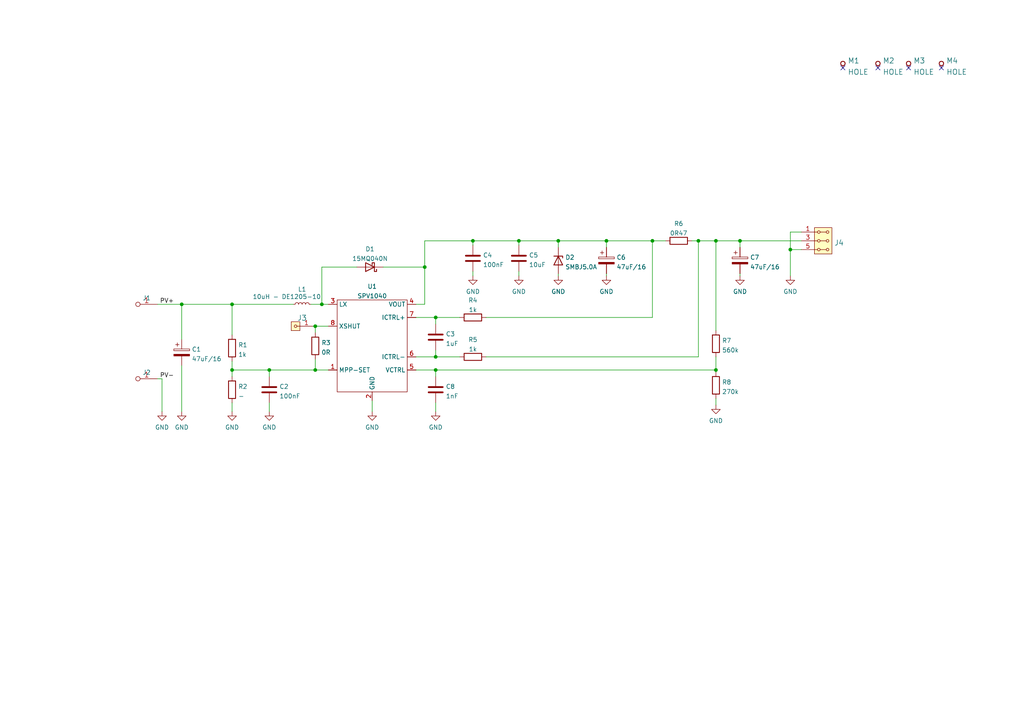
<source format=kicad_sch>
(kicad_sch (version 20210621) (generator eeschema)
  (paper "A4")
  (lib_symbols
    (symbol "Device:C" (pin_numbers hide) (pin_names (offset 0.254))
      (property "Reference" "C" (at 0.635 2.54 0))
      (property "Value" "C" (at 0.635 -2.54 0))
      (symbol "C_0_1"
        (polyline (pts (xy -2.032 -0.762) (xy 2.032 -0.762)) (stroke (width 0.508)))
        (polyline (pts (xy -2.032 0.762) (xy 2.032 0.762)) (stroke (width 0.508)))
      )
      (symbol "C_1_1"
        (pin passive line (at 0 3.81 270) (length 2.794) (name "~") (number "1"))
        (pin passive line (at 0 -3.81 90) (length 2.794) (name "~") (number "2"))
      )
    )
    (symbol "Device:C_Polarized" (pin_numbers hide) (pin_names (offset 0.254))
      (property "Reference" "C" (at 0.635 2.54 0))
      (property "Value" "C_Polarized" (at 0.635 -2.54 0))
      (symbol "C_Polarized_0_1"
        (rectangle (start -2.286 0.508) (end 2.286 1.016))
        (polyline (pts (xy -1.778 2.286) (xy -0.762 2.286)))
        (polyline (pts (xy -1.27 2.794) (xy -1.27 1.778)))
        (rectangle (start 2.286 -0.508) (end -2.286 -1.016) (fill (type outline)))
      )
      (symbol "C_Polarized_1_1"
        (pin passive line (at 0 3.81 270) (length 2.794) (name "~") (number "1"))
        (pin passive line (at 0 -3.81 90) (length 2.794) (name "~") (number "2"))
      )
    )
    (symbol "Device:D_Schottky" (pin_numbers hide) (pin_names (offset 1.016) hide)
      (property "Reference" "D" (at 0 2.54 0))
      (property "Value" "D_Schottky" (at 0 -2.54 0))
      (symbol "D_Schottky_0_1"
        (polyline (pts (xy 1.27 0) (xy -1.27 0)))
        (polyline (pts (xy 1.27 1.27) (xy 1.27 -1.27) (xy -1.27 0) (xy 1.27 1.27)) (stroke (width 0.254)))
        (polyline (pts (xy -1.905 0.635) (xy -1.905 1.27) (xy -1.27 1.27) (xy -1.27 -1.27) (xy -0.635 -1.27) (xy -0.635 -0.635)) (stroke (width 0.254)))
      )
      (symbol "D_Schottky_1_1"
        (pin passive line (at -3.81 0 0) (length 2.54) (name "K") (number "1"))
        (pin passive line (at 3.81 0 180) (length 2.54) (name "A") (number "2"))
      )
    )
    (symbol "Device:D_Zener" (pin_numbers hide) (pin_names (offset 1.016) hide)
      (property "Reference" "D" (at 0 2.54 0))
      (property "Value" "D_Zener" (at 0 -2.54 0))
      (symbol "D_Zener_0_1"
        (polyline (pts (xy 1.27 0) (xy -1.27 0)))
        (polyline (pts (xy -1.27 -1.27) (xy -1.27 1.27) (xy -0.762 1.27)) (stroke (width 0.254)))
        (polyline (pts (xy 1.27 -1.27) (xy 1.27 1.27) (xy -1.27 0) (xy 1.27 -1.27)) (stroke (width 0.254)))
      )
      (symbol "D_Zener_1_1"
        (pin passive line (at -3.81 0 0) (length 2.54) (name "K") (number "1"))
        (pin passive line (at 3.81 0 180) (length 2.54) (name "A") (number "2"))
      )
    )
    (symbol "Device:L_Small" (pin_numbers hide) (pin_names (offset 0.254) hide)
      (property "Reference" "L" (at 0.762 1.016 0))
      (property "Value" "L_Small" (at 0.762 -1.016 0))
      (symbol "L_Small_0_1"
        (arc (start 0 -2.032) (mid 0.508 -1.524) (end 0 -1.016))
        (arc (start 0 -1.016) (mid 0.508 -0.508) (end 0 0))
        (arc (start 0 0) (mid 0.508 0.508) (end 0 1.016))
        (arc (start 0 1.016) (mid 0.508 1.524) (end 0 2.032))
      )
      (symbol "L_Small_1_1"
        (pin passive line (at 0 2.54 270) (length 0.508) (name "~") (number "1"))
        (pin passive line (at 0 -2.54 90) (length 0.508) (name "~") (number "2"))
      )
    )
    (symbol "Device:R" (pin_numbers hide) (pin_names (offset 0))
      (property "Reference" "R" (at 2.032 0 90))
      (property "Value" "R" (at 0 0 90))
      (symbol "R_0_1"
        (rectangle (start -1.016 -2.54) (end 1.016 2.54) (stroke (width 0.254)))
      )
      (symbol "R_1_1"
        (pin passive line (at 0 3.81 270) (length 1.27) (name "~") (number "1"))
        (pin passive line (at 0 -3.81 90) (length 1.27) (name "~") (number "2"))
      )
    )
    (symbol "MLAB_HEADER:HEADER_1x01" (pin_names (offset 1.016))
      (property "Reference" "J" (at 0 -2.54 0))
      (property "Value" "HEADER_1x01" (at 0 2.54 0))
      (symbol "HEADER_1x01_0_1"
        (rectangle (start -1.27 1.27) (end 1.27 -1.27) (fill (type background)))
        (polyline (pts (xy -1.27 0) (xy -0.381 0)))
        (circle (center 0 0) (radius 0.381))
      )
      (symbol "HEADER_1x01_1_1"
        (pin input line (at -5.08 0 0) (length 3.81) (name "~") (number "1"))
      )
    )
    (symbol "MLAB_HEADER:HEADER_2x03_PARALLEL" (pin_names (offset 1.016))
      (property "Reference" "J" (at 0 -5.08 0))
      (property "Value" "HEADER_2x03_PARALLEL" (at 0 5.08 0))
      (symbol "HEADER_2x03_PARALLEL_0_1"
        (rectangle (start -2.54 3.81) (end 2.54 -3.81) (fill (type background)))
        (circle (center -1.27 -2.54) (radius 0.381))
        (circle (center -1.27 0) (radius 0.381))
        (circle (center -1.27 2.54) (radius 0.381))
        (polyline (pts (xy -1.651 -2.54) (xy -2.54 -2.54)))
        (polyline (pts (xy -1.651 0) (xy -2.54 0)))
        (polyline (pts (xy -1.651 2.54) (xy -2.54 2.54)))
        (polyline (pts (xy -0.889 -2.54) (xy 0.889 -2.54)))
        (polyline (pts (xy -0.889 0) (xy 0.889 0)))
        (polyline (pts (xy -0.889 2.54) (xy 0.889 2.54)))
        (circle (center 1.27 -2.54) (radius 0.381))
        (circle (center 1.27 0) (radius 0.381))
        (circle (center 1.27 2.54) (radius 0.381))
      )
      (symbol "HEADER_2x03_PARALLEL_1_1"
        (pin input line (at -6.35 2.54 0) (length 3.81) (name "~") (number "1"))
        (pin input line (at -6.35 2.54 0) (length 3.81) hide (name "~") (number "2"))
        (pin input line (at -6.35 0 0) (length 3.81) (name "~") (number "3"))
        (pin input line (at -6.35 0 0) (length 3.81) hide (name "~") (number "4"))
        (pin input line (at -6.35 -2.54 0) (length 3.81) (name "~") (number "5"))
        (pin input line (at -6.35 -2.54 0) (length 3.81) hide (name "~") (number "6"))
      )
    )
    (symbol "MLAB_IO:SPV1040"
      (property "Reference" "U" (at 20.32 -1.27 0))
      (property "Value" "SPV1040" (at 24.13 -5.08 0))
      (symbol "SPV1040_0_1"
        (rectangle (start -10.16 7.62) (end 10.16 -19.05) (stroke (width 0.1524)))
      )
      (symbol "SPV1040_1_1"
        (pin unspecified line (at -12.7 -12.7 0) (length 2.54) (name "MPP-SET") (number "1"))
        (pin unspecified line (at 0 -21.59 90) (length 2.54) (name "GND") (number "2"))
        (pin unspecified line (at -12.7 6.35 0) (length 2.54) (name "LX") (number "3"))
        (pin unspecified line (at 12.7 6.35 180) (length 2.54) (name "VOUT") (number "4"))
        (pin unspecified line (at 12.7 -12.7 180) (length 2.54) (name "VCTRL") (number "5"))
        (pin unspecified line (at 12.7 -8.89 180) (length 2.54) (name "ICTRL-") (number "6"))
        (pin unspecified line (at 12.7 2.54 180) (length 2.54) (name "ICTRL+") (number "7"))
        (pin unspecified line (at -12.7 0 0) (length 2.54) (name "XSHUT") (number "8"))
      )
    )
    (symbol "MLAB_Jumpers:CONN1_1" (pin_names (offset 1.016) hide)
      (property "Reference" "J" (at 1.27 1.27 0))
      (symbol "CONN1_1_1_1"
        (pin passive inverted (at -7.62 1.27 0) (length 6.35) (name "P1") (number "1"))
      )
    )
    (symbol "MLAB_MECHANICAL:HOLE" (pin_numbers hide) (pin_names (offset 1.016) hide)
      (property "Reference" "M" (at 0 2.54 0))
      (property "Value" "HOLE" (at 0 -2.54 0))
      (symbol "HOLE_0_1"
        (circle (center 0 0) (radius 0.635) (stroke (width 0.254)) (stroke (width 0.254)))
      )
      (symbol "HOLE_1_1"
        (pin input line (at 1.27 0 180) (length 0.635) (name "~") (number "1"))
      )
    )
    (symbol "power:GND" (power) (pin_names (offset 0))
      (property "Value" "GND" (at 0 -3.81 0))
      (symbol "GND_0_1"
        (polyline (pts (xy 0 0) (xy 0 -1.27) (xy 1.27 -1.27) (xy 0 -2.54) (xy -1.27 -1.27) (xy 0 -1.27)))
      )
      (symbol "GND_1_1"
        (pin power_in line (at 0 0 270) (length 0) hide (name "GND") (number "1"))
      )
    )
  )
  (junction (at 52.705 88.265))
  (junction (at 67.31 88.265))
  (junction (at 67.31 107.315))
  (junction (at 78.105 107.315))
  (junction (at 91.44 94.615))
  (junction (at 91.44 107.315))
  (junction (at 93.345 88.265))
  (junction (at 123.19 77.47))
  (junction (at 126.365 92.075))
  (junction (at 126.365 103.505))
  (junction (at 126.365 107.315))
  (junction (at 137.16 69.85))
  (junction (at 150.495 69.85))
  (junction (at 161.925 69.85))
  (junction (at 175.895 69.85))
  (junction (at 189.23 69.85))
  (junction (at 202.565 69.85))
  (junction (at 207.645 69.85))
  (junction (at 207.645 107.315))
  (junction (at 214.63 69.85))
  (junction (at 229.235 72.39))
  (no_connect (at 244.475 19.685))
  (no_connect (at 254.635 19.685))
  (no_connect (at 263.525 19.685))
  (no_connect (at 273.05 19.685))
  (wire (pts (xy 45.72 109.855) (xy 46.99 109.855)))
  (wire (pts (xy 46.99 109.855) (xy 46.99 119.38)))
  (wire (pts (xy 52.705 88.265) (xy 45.72 88.265)))
  (wire (pts (xy 52.705 98.425) (xy 52.705 88.265)))
  (wire (pts (xy 52.705 106.045) (xy 52.705 119.38)))
  (wire (pts (xy 67.31 88.265) (xy 52.705 88.265)))
  (wire (pts (xy 67.31 97.155) (xy 67.31 88.265)))
  (wire (pts (xy 67.31 107.315) (xy 67.31 104.775)))
  (wire (pts (xy 67.31 107.315) (xy 67.31 109.22)))
  (wire (pts (xy 67.31 119.38) (xy 67.31 116.84)))
  (wire (pts (xy 78.105 107.315) (xy 67.31 107.315)))
  (wire (pts (xy 78.105 109.22) (xy 78.105 107.315)))
  (wire (pts (xy 78.105 119.38) (xy 78.105 116.84)))
  (wire (pts (xy 85.09 88.265) (xy 67.31 88.265)))
  (wire (pts (xy 91.44 94.615) (xy 90.805 94.615)))
  (wire (pts (xy 91.44 94.615) (xy 91.44 96.52)))
  (wire (pts (xy 91.44 107.315) (xy 78.105 107.315)))
  (wire (pts (xy 91.44 107.315) (xy 91.44 104.14)))
  (wire (pts (xy 93.345 77.47) (xy 103.505 77.47)))
  (wire (pts (xy 93.345 88.265) (xy 90.17 88.265)))
  (wire (pts (xy 93.345 88.265) (xy 93.345 77.47)))
  (wire (pts (xy 95.25 88.265) (xy 93.345 88.265)))
  (wire (pts (xy 95.25 94.615) (xy 91.44 94.615)))
  (wire (pts (xy 95.25 107.315) (xy 91.44 107.315)))
  (wire (pts (xy 107.95 119.38) (xy 107.95 116.205)))
  (wire (pts (xy 111.125 77.47) (xy 123.19 77.47)))
  (wire (pts (xy 120.65 103.505) (xy 126.365 103.505)))
  (wire (pts (xy 120.65 107.315) (xy 126.365 107.315)))
  (wire (pts (xy 123.19 69.85) (xy 137.16 69.85)))
  (wire (pts (xy 123.19 77.47) (xy 123.19 69.85)))
  (wire (pts (xy 123.19 77.47) (xy 123.19 88.265)))
  (wire (pts (xy 123.19 88.265) (xy 120.65 88.265)))
  (wire (pts (xy 126.365 92.075) (xy 120.65 92.075)))
  (wire (pts (xy 126.365 92.075) (xy 133.35 92.075)))
  (wire (pts (xy 126.365 93.98) (xy 126.365 92.075)))
  (wire (pts (xy 126.365 103.505) (xy 126.365 101.6)))
  (wire (pts (xy 126.365 107.315) (xy 207.645 107.315)))
  (wire (pts (xy 126.365 109.22) (xy 126.365 107.315)))
  (wire (pts (xy 126.365 119.38) (xy 126.365 116.84)))
  (wire (pts (xy 133.35 103.505) (xy 126.365 103.505)))
  (wire (pts (xy 137.16 69.85) (xy 150.495 69.85)))
  (wire (pts (xy 137.16 71.12) (xy 137.16 69.85)))
  (wire (pts (xy 137.16 78.74) (xy 137.16 80.01)))
  (wire (pts (xy 140.97 92.075) (xy 189.23 92.075)))
  (wire (pts (xy 140.97 103.505) (xy 202.565 103.505)))
  (wire (pts (xy 150.495 69.85) (xy 150.495 71.12)))
  (wire (pts (xy 150.495 69.85) (xy 161.925 69.85)))
  (wire (pts (xy 150.495 78.74) (xy 150.495 80.01)))
  (wire (pts (xy 161.925 69.85) (xy 175.895 69.85)))
  (wire (pts (xy 161.925 71.755) (xy 161.925 69.85)))
  (wire (pts (xy 161.925 79.375) (xy 161.925 80.01)))
  (wire (pts (xy 175.895 69.85) (xy 189.23 69.85)))
  (wire (pts (xy 175.895 71.755) (xy 175.895 69.85)))
  (wire (pts (xy 175.895 79.375) (xy 175.895 80.01)))
  (wire (pts (xy 189.23 69.85) (xy 193.04 69.85)))
  (wire (pts (xy 189.23 92.075) (xy 189.23 69.85)))
  (wire (pts (xy 202.565 69.85) (xy 200.66 69.85)))
  (wire (pts (xy 202.565 69.85) (xy 207.645 69.85)))
  (wire (pts (xy 202.565 103.505) (xy 202.565 69.85)))
  (wire (pts (xy 207.645 69.85) (xy 214.63 69.85)))
  (wire (pts (xy 207.645 95.885) (xy 207.645 69.85)))
  (wire (pts (xy 207.645 107.315) (xy 207.645 103.505)))
  (wire (pts (xy 207.645 107.95) (xy 207.645 107.315)))
  (wire (pts (xy 207.645 117.475) (xy 207.645 115.57)))
  (wire (pts (xy 214.63 69.85) (xy 232.41 69.85)))
  (wire (pts (xy 214.63 71.755) (xy 214.63 69.85)))
  (wire (pts (xy 214.63 79.375) (xy 214.63 80.01)))
  (wire (pts (xy 229.235 67.31) (xy 229.235 72.39)))
  (wire (pts (xy 229.235 72.39) (xy 229.235 80.01)))
  (wire (pts (xy 232.41 67.31) (xy 229.235 67.31)))
  (wire (pts (xy 232.41 72.39) (xy 229.235 72.39)))
  (label "PV+" (at 46.355 88.265 0))
  (label "PV-" (at 46.355 109.855 0))
  (symbol (lib_id "MLAB_MECHANICAL:HOLE") (at 244.475 18.415 270) (unit 1)
    (property "Reference" "M1" (at 245.872 17.6043 90) (effects (font (size 1.524 1.524)) (justify left)))
    (property "Value" "HOLE" (at 245.872 20.8833 90) (effects (font (size 1.524 1.524)) (justify left)))
    (property "Footprint" "Mlab_Mechanical:MountingHole_3mm" (effects hide))
  )
  (symbol (lib_id "MLAB_MECHANICAL:HOLE") (at 254.635 18.415 270) (unit 1)
    (property "Reference" "M2" (at 256.032 17.6043 90) (effects (font (size 1.524 1.524)) (justify left)))
    (property "Value" "HOLE" (at 256.032 20.8833 90) (effects (font (size 1.524 1.524)) (justify left)))
    (property "Footprint" "Mlab_Mechanical:MountingHole_3mm" (effects hide))
  )
  (symbol (lib_id "MLAB_MECHANICAL:HOLE") (at 263.525 18.415 270) (unit 1)
    (property "Reference" "M3" (at 264.922 17.6043 90) (effects (font (size 1.524 1.524)) (justify left)))
    (property "Value" "HOLE" (at 264.922 20.8833 90) (effects (font (size 1.524 1.524)) (justify left)))
    (property "Footprint" "Mlab_Mechanical:MountingHole_3mm" (effects hide))
  )
  (symbol (lib_id "MLAB_MECHANICAL:HOLE") (at 273.05 18.415 270) (unit 1)
    (property "Reference" "M4" (at 274.447 17.6043 90) (effects (font (size 1.524 1.524)) (justify left)))
    (property "Value" "HOLE" (at 274.447 20.8833 90) (effects (font (size 1.524 1.524)) (justify left)))
    (property "Footprint" "Mlab_Mechanical:MountingHole_3mm" (effects hide))
  )
  (symbol (lib_id "Device:L_Small") (at 87.63 88.265 90) (unit 1)
    (property "Reference" "L1" (at 87.63 83.9174 90))
    (property "Value" "10uH - DE1205-10" (at 83.185 86.0575 90))
    (property "Footprint" "Mlab_L:DE1205-10" (effects hide))
  )
  (symbol (lib_id "power:GND") (at 46.99 119.38 0) (unit 1)
    (property "Reference" "#PWR01" (effects hide))
    (property "Value" "GND" (at 46.99 123.9424 0))
  )
  (symbol (lib_id "power:GND") (at 52.705 119.38 0) (unit 1)
    (property "Reference" "#PWR02" (effects hide))
    (property "Value" "GND" (at 52.705 123.9424 0))
  )
  (symbol (lib_id "power:GND") (at 67.31 119.38 0) (unit 1)
    (property "Reference" "#PWR03" (effects hide))
    (property "Value" "GND" (at 67.31 123.9424 0))
  )
  (symbol (lib_id "power:GND") (at 78.105 119.38 0) (unit 1)
    (property "Reference" "#PWR04" (effects hide))
    (property "Value" "GND" (at 78.105 123.9424 0))
  )
  (symbol (lib_id "power:GND") (at 107.95 119.38 0) (unit 1)
    (property "Reference" "#PWR05" (effects hide))
    (property "Value" "GND" (at 107.95 123.9424 0))
  )
  (symbol (lib_id "power:GND") (at 126.365 119.38 0) (unit 1)
    (property "Reference" "#PWR0101" (effects hide))
    (property "Value" "GND" (at 126.365 123.9424 0))
  )
  (symbol (lib_id "power:GND") (at 137.16 80.01 0) (unit 1)
    (property "Reference" "#PWR06" (effects hide))
    (property "Value" "GND" (at 137.16 84.5724 0))
  )
  (symbol (lib_id "power:GND") (at 150.495 80.01 0) (unit 1)
    (property "Reference" "#PWR07" (effects hide))
    (property "Value" "GND" (at 150.495 84.5724 0))
  )
  (symbol (lib_id "power:GND") (at 161.925 80.01 0) (unit 1)
    (property "Reference" "#PWR08" (effects hide))
    (property "Value" "GND" (at 161.925 84.5724 0))
  )
  (symbol (lib_id "power:GND") (at 175.895 80.01 0) (unit 1)
    (property "Reference" "#PWR09" (effects hide))
    (property "Value" "GND" (at 175.895 84.5724 0))
  )
  (symbol (lib_id "power:GND") (at 207.645 117.475 0) (unit 1)
    (property "Reference" "#PWR010" (effects hide))
    (property "Value" "GND" (at 207.645 122.0374 0))
  )
  (symbol (lib_id "power:GND") (at 214.63 80.01 0) (unit 1)
    (property "Reference" "#PWR011" (effects hide))
    (property "Value" "GND" (at 214.63 84.5724 0))
  )
  (symbol (lib_id "power:GND") (at 229.235 80.01 0) (unit 1)
    (property "Reference" "#PWR012" (effects hide))
    (property "Value" "GND" (at 229.235 84.5724 0))
  )
  (symbol (lib_id "MLAB_Jumpers:CONN1_1") (at 38.1 86.995 180) (unit 1)
    (property "Reference" "J1" (at 42.545 86.4384 0))
    (property "Value" "WAGO 256" (effects hide))
    (property "Footprint" "Mlab_CON:WAGO256" (effects hide))
  )
  (symbol (lib_id "MLAB_Jumpers:CONN1_1") (at 38.1 108.585 180) (unit 1)
    (property "Reference" "J2" (at 42.545 108.0284 0))
    (property "Value" "WAGO 256" (effects hide))
    (property "Footprint" "Mlab_CON:WAGO256" (effects hide))
  )
  (symbol (lib_id "MLAB_HEADER:HEADER_1x01") (at 85.725 94.615 180) (unit 1)
    (property "Reference" "J3" (at 87.63 92.2201 0) (effects (font (size 1.524 1.524))))
    (property "Value" "HEADER_1x01" (effects hide))
    (property "Footprint" "Mlab_Pin_Headers:Straight_1x01" (effects hide))
  )
  (symbol (lib_id "Device:R") (at 67.31 100.965 0) (unit 1)
    (property "Reference" "R1" (at 69.088 100.0565 0) (effects (justify left)))
    (property "Value" "1k" (at 69.088 102.8316 0) (effects (justify left)))
    (property "Footprint" "Resistor_SMD:R_0805_2012Metric" (effects hide))
  )
  (symbol (lib_id "Device:R") (at 67.31 113.03 0) (unit 1)
    (property "Reference" "R2" (at 69.088 112.1215 0) (effects (justify left)))
    (property "Value" "-" (at 69.088 114.8966 0) (effects (justify left)))
    (property "Footprint" "Resistor_SMD:R_0805_2012Metric" (effects hide))
  )
  (symbol (lib_id "Device:R") (at 91.44 100.33 0) (unit 1)
    (property "Reference" "R3" (at 93.218 99.4215 0) (effects (justify left)))
    (property "Value" "0R" (at 93.218 102.1966 0) (effects (justify left)))
    (property "Footprint" "Resistor_SMD:R_0805_2012Metric" (effects hide))
  )
  (symbol (lib_id "Device:R") (at 137.16 92.075 90) (unit 1)
    (property "Reference" "R4" (at 137.16 87.0925 90))
    (property "Value" "1k" (at 137.16 89.8676 90))
    (property "Footprint" "Resistor_SMD:R_0805_2012Metric" (effects hide))
  )
  (symbol (lib_id "Device:R") (at 137.16 103.505 90) (unit 1)
    (property "Reference" "R5" (at 137.16 98.5225 90))
    (property "Value" "1k" (at 137.16 101.2976 90))
    (property "Footprint" "Resistor_SMD:R_0805_2012Metric" (effects hide))
  )
  (symbol (lib_id "Device:R") (at 196.85 69.85 270) (unit 1)
    (property "Reference" "R6" (at 196.85 64.8675 90))
    (property "Value" "0R47" (at 196.85 67.6426 90))
    (property "Footprint" "Resistor_SMD:R_1206_3216Metric" (effects hide))
  )
  (symbol (lib_id "Device:R") (at 207.645 99.695 180) (unit 1)
    (property "Reference" "R7" (at 209.423 98.7865 0) (effects (justify right)))
    (property "Value" "560k" (at 209.423 101.5616 0) (effects (justify right)))
    (property "Footprint" "Resistor_SMD:R_0805_2012Metric" (effects hide))
  )
  (symbol (lib_id "Device:R") (at 207.645 111.76 180) (unit 1)
    (property "Reference" "R8" (at 209.423 110.8515 0) (effects (justify right)))
    (property "Value" "270k" (at 209.423 113.6266 0) (effects (justify right)))
    (property "Footprint" "Resistor_SMD:R_0805_2012Metric" (effects hide))
  )
  (symbol (lib_id "Device:D_Schottky") (at 107.315 77.47 180) (unit 1)
    (property "Reference" "D1" (at 107.315 72.2335 0))
    (property "Value" "15MQ040N" (at 107.315 75.0086 0))
    (property "Footprint" "Diode_SMD:D_SMA" (effects hide))
  )
  (symbol (lib_id "Device:D_Zener") (at 161.925 75.565 270) (unit 1)
    (property "Reference" "D2" (at 163.957 74.6565 90) (effects (justify left)))
    (property "Value" "SMBJ5.0A" (at 163.957 77.4316 90) (effects (justify left)))
    (property "Footprint" "Diode_SMD:D_SMA" (effects hide))
  )
  (symbol (lib_id "Device:C_Polarized") (at 52.705 102.235 0) (unit 1)
    (property "Reference" "C1" (at 55.626 101.3265 0) (effects (justify left)))
    (property "Value" "47uF/16" (at 55.626 104.1016 0) (effects (justify left)))
    (property "Footprint" "Mlab_C:TantalC_SizeC_Reflow" (effects hide))
  )
  (symbol (lib_id "Device:C") (at 78.105 113.03 0) (unit 1)
    (property "Reference" "C2" (at 81.026 112.1215 0) (effects (justify left)))
    (property "Value" "100nF" (at 81.026 114.8966 0) (effects (justify left)))
    (property "Footprint" "Capacitor_SMD:C_0805_2012Metric" (effects hide))
  )
  (symbol (lib_id "Device:C") (at 126.365 97.79 0) (unit 1)
    (property "Reference" "C3" (at 129.286 96.8815 0) (effects (justify left)))
    (property "Value" "1uF" (at 129.286 99.6566 0) (effects (justify left)))
    (property "Footprint" "Capacitor_SMD:C_0805_2012Metric" (effects hide))
  )
  (symbol (lib_id "Device:C") (at 126.365 113.03 0) (unit 1)
    (property "Reference" "C8" (at 129.286 112.1215 0) (effects (justify left)))
    (property "Value" "1nF" (at 129.286 114.8966 0) (effects (justify left)))
    (property "Footprint" "Capacitor_SMD:C_0805_2012Metric" (effects hide))
  )
  (symbol (lib_id "Device:C") (at 137.16 74.93 0) (unit 1)
    (property "Reference" "C4" (at 140.081 74.0215 0) (effects (justify left)))
    (property "Value" "100nF" (at 140.081 76.7966 0) (effects (justify left)))
    (property "Footprint" "Capacitor_SMD:C_0805_2012Metric" (effects hide))
  )
  (symbol (lib_id "Device:C") (at 150.495 74.93 0) (unit 1)
    (property "Reference" "C5" (at 153.416 74.0215 0) (effects (justify left)))
    (property "Value" "10uF" (at 153.416 76.7966 0) (effects (justify left)))
    (property "Footprint" "Capacitor_SMD:C_0805_2012Metric" (effects hide))
  )
  (symbol (lib_id "Device:C_Polarized") (at 175.895 75.565 0) (unit 1)
    (property "Reference" "C6" (at 178.816 74.6565 0) (effects (justify left)))
    (property "Value" "47uF/16" (at 178.816 77.4316 0) (effects (justify left)))
    (property "Footprint" "Mlab_C:TantalC_SizeC_Reflow" (effects hide))
  )
  (symbol (lib_id "Device:C_Polarized") (at 214.63 75.565 0) (unit 1)
    (property "Reference" "C7" (at 217.551 74.6565 0) (effects (justify left)))
    (property "Value" "47uF/16" (at 217.551 77.4316 0) (effects (justify left)))
    (property "Footprint" "Mlab_C:TantalC_SizeC_Reflow" (effects hide))
  )
  (symbol (lib_id "MLAB_HEADER:HEADER_2x03_PARALLEL") (at 238.76 69.85 0) (unit 1)
    (property "Reference" "J4" (at 241.935 70.4248 0) (effects (font (size 1.524 1.524)) (justify left)))
    (property "Value" "HEADER_2x03_PARALLEL" (effects hide))
    (property "Footprint" "Mlab_Pin_Headers:Straight_2x03" (effects hide))
  )
  (symbol (lib_id "MLAB_IO:SPV1040") (at 107.95 94.615 0) (unit 1)
    (property "Reference" "U1" (at 107.95 83.0792 0))
    (property "Value" "SPV1040" (at 107.95 85.8543 0))
    (property "Footprint" "Package_SO:TSSOP-8_4.4x3mm_P0.65mm" (effects hide))
  )
)
</source>
